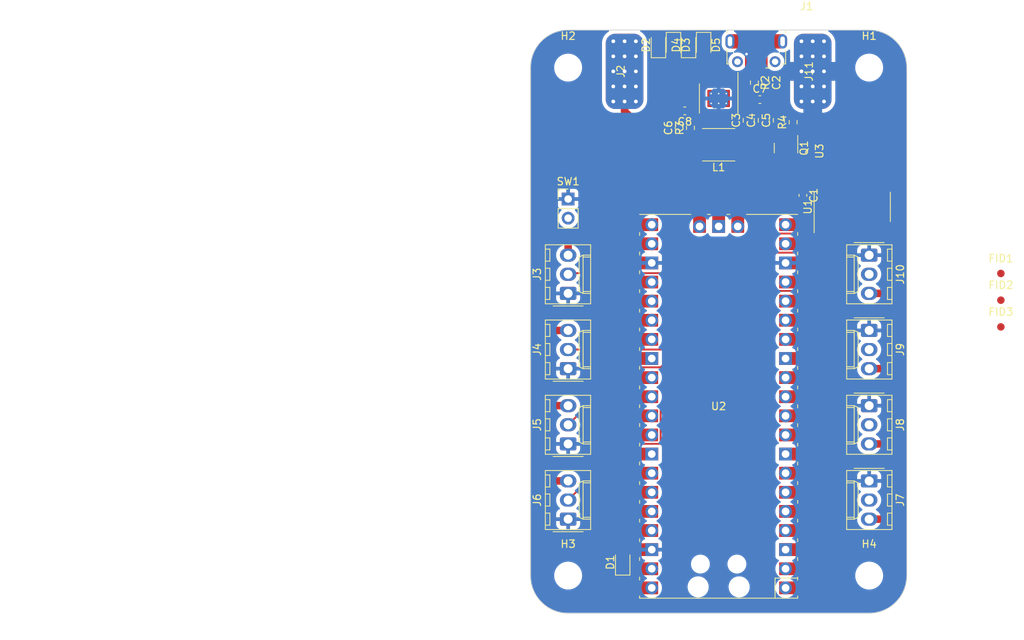
<source format=kicad_pcb>
(kicad_pcb (version 20221018) (generator pcbnew)
  (layers (0 "F.Cu" signal) (31 "B.Cu" signal) (34 "B.Paste" user) (35 "F.Paste" user) (36 "B.SilkS" user "B.Silkscreen") (37 "F.SilkS" user "F.Silkscreen") (38 "B.Mask" user) (39 "F.Mask" user) (44 "Edge.Cuts" user))
  (net 0 "")
  (net 1 "+5V")
  (net 2 "GND")
  (net 3 "Net-(J1-VBUS)")
  (net 4 "Net-(Q1-S)")
  (net 5 "Net-(J2-Pin_1)")
  (net 6 "Net-(C7-Pad1)")
  (net 7 "Net-(C8-Pad1)")
  (net 8 "Net-(D1-K)")
  (net 9 "Net-(D2-K)")
  (net 10 "Net-(D2-A)")
  (net 11 "Net-(D4-K)")
  (net 16 "Net-(J3-Pin_2)")
  (net 17 "Net-(J4-Pin_2)")
  (net 18 "Net-(J5-Pin_2)")
  (net 19 "Net-(J6-Pin_2)")
  (net 20 "Net-(J7-Pin_2)")
  (net 21 "Net-(J8-Pin_2)")
  (net 22 "Net-(J9-Pin_2)")
  (net 23 "Net-(J10-Pin_2)")
  (net 24 "Net-(U3-SW)")
  (net 25 "Net-(Q1-G)")
  (net 27 "/CLOCK")
  (net 28 "/LATCH")
  (net 29 "/DATA")
  (footprint "LED_SMD:LED_0805_2012Metric" (layer "F.Cu") (at 102 62 90)
    (fp_text reference "D2" (at 0 -1.65 90) (layer "F.SilkS"))
    (fp_text value "100%")
    (pad "1" smd roundrect (at -0.9375 0 90) (size 0.975 1.4) (layers "F.Cu" "F.Paste" "F.Mask") (net 9 "Net-(D2-K)"))
    (pad "2" smd roundrect (at 0.9375 0 90) (size 0.975 1.4) (layers "F.Cu" "F.Paste" "F.Mask") (net 10 "Net-(D2-A)"))
  )
  (footprint "LED_SMD:LED_0805_2012Metric" (layer "F.Cu") (at 106 62 90)
    (fp_text reference "D4" (at 0 -1.65 90) (layer "F.SilkS"))
    (fp_text value "50%")
    (pad "1" smd roundrect (at -0.9375 0 90) (size 0.975 1.4) (layers "F.Cu" "F.Paste" "F.Mask") (net 11 "Net-(D4-K)"))
    (pad "2" smd roundrect (at 0.9375 0 90) (size 0.975 1.4) (layers "F.Cu" "F.Paste" "F.Mask") (net 10 "Net-(D2-A)"))
  )
  (footprint "Capacitor_SMD:C_0603_1608Metric" (layer "F.Cu") (at 116.25 67 -90)
    (fp_text reference "C2" (at 0 -1.43 90) (layer "F.SilkS"))
    (fp_text value "10u")
    (pad "1" smd roundrect (at -0.775 0 270) (size 0.9 0.95) (layers "F.Cu" "F.Paste" "F.Mask") (net 3 "Net-(J1-VBUS)"))
    (pad "2" smd roundrect (at 0.775 0 270) (size 0.9 0.95) (layers "F.Cu" "F.Paste" "F.Mask") (net 2 "GND"))
  )
  (footprint "Connector_Molex:Molex_KK-254_AE-6410-03A_1x03_P2.54mm_Vertical" (layer "F.Cu") (at 90 95 90)
    (fp_text reference "J3" (at 2.54 -4.12 90) (layer "F.SilkS"))
    (fp_text value "1")
    (pad "1" thru_hole roundrect (at 0 0 90) (size 1.74 2.19) (drill 1.19) (layers "*.Cu" "*.Mask") (roundrect_rratio 0.143678) (net 2 "GND"))
    (pad "2" thru_hole oval (at 2.54 0 90) (size 1.74 2.19) (drill 1.19) (layers "*.Cu" "*.Mask") (net 16 "Net-(J3-Pin_2)"))
    (pad "3" thru_hole oval (at 5.08 0 90) (size 1.74 2.19) (drill 1.19) (layers "*.Cu" "*.Mask") (net 1 "+5V"))
  )
  (footprint "Resistor_SMD:R_0603_1608Metric" (layer "F.Cu") (at 114.75 67 -90)
    (fp_text reference "R2" (at 0 -1.43 90) (layer "F.SilkS"))
    (fp_text value "2r")
    (pad "1" smd roundrect (at -0.825 0 270) (size 0.8 0.95) (layers "F.Cu" "F.Paste" "F.Mask") (net 3 "Net-(J1-VBUS)"))
    (pad "2" smd roundrect (at 0.825 0 270) (size 0.8 0.95) (layers "F.Cu" "F.Paste" "F.Mask") (net 6 "Net-(C7-Pad1)"))
  )
  (footprint "Connector_Molex:Molex_KK-254_AE-6410-03A_1x03_P2.54mm_Vertical" (layer "F.Cu") (at 90 105 90)
    (fp_text reference "J4" (at 2.54 -4.12 90) (layer "F.SilkS"))
    (fp_text value "2")
    (pad "1" thru_hole roundrect (at 0 0 90) (size 1.74 2.19) (drill 1.19) (layers "*.Cu" "*.Mask") (roundrect_rratio 0.143678) (net 2 "GND"))
    (pad "2" thru_hole oval (at 2.54 0 90) (size 1.74 2.19) (drill 1.19) (layers "*.Cu" "*.Mask") (net 17 "Net-(J4-Pin_2)"))
    (pad "3" thru_hole oval (at 5.08 0 90) (size 1.74 2.19) (drill 1.19) (layers "*.Cu" "*.Mask") (net 1 "+5V"))
  )
  (footprint "Diode_SMD:D_0805_2012Metric" (layer "F.Cu") (at 97.25 130.75 90)
    (fp_text reference "D1" (at 0 -1.65 90) (layer "F.SilkS"))
    (fp_text value "D_Small")
    (pad "1" smd roundrect (at -0.9375 0 90) (size 0.975 1.4) (layers "F.Cu" "F.Paste" "F.Mask") (net 8 "Net-(D1-K)"))
    (pad "2" smd roundrect (at 0.9375 0 90) (size 0.975 1.4) (layers "F.Cu" "F.Paste" "F.Mask") (net 1 "+5V"))
  )
  (footprint "Connector_Molex:Molex_KK-254_AE-6410-03A_1x03_P2.54mm_Vertical" (layer "F.Cu") (at 130 99.92 -90)
    (fp_text reference "J9" (at 2.54 -4.12 90) (layer "F.SilkS"))
    (fp_text value "7")
    (pad "1" thru_hole roundrect (at 0 0 270) (size 1.74 2.19) (drill 1.19) (layers "*.Cu" "*.Mask") (roundrect_rratio 0.143678) (net 2 "GND"))
    (pad "2" thru_hole oval (at 2.54 0 270) (size 1.74 2.19) (drill 1.19) (layers "*.Cu" "*.Mask") (net 22 "Net-(J9-Pin_2)"))
    (pad "3" thru_hole oval (at 5.08 0 270) (size 1.74 2.19) (drill 1.19) (layers "*.Cu" "*.Mask") (net 1 "+5V"))
  )
  (footprint "Capacitor_SMD:C_0805_2012Metric" (layer "F.Cu") (at 116 72 90)
    (fp_text reference "C4" (at 0 -1.68 90) (layer "F.SilkS"))
    (fp_text value "22u")
    (pad "1" smd roundrect (at -0.95 0 90) (size 1 1.45) (layers "F.Cu" "F.Paste" "F.Mask") (net 4 "Net-(Q1-S)"))
    (pad "2" smd roundrect (at 0.95 0 90) (size 1 1.45) (layers "F.Cu" "F.Paste" "F.Mask") (net 2 "GND"))
  )
  (footprint "Resistor_SMD:R_0603_1608Metric" (layer "F.Cu") (at 106.25 73 90)
    (fp_text reference "R3" (at 0 -1.43 90) (layer "F.SilkS"))
    (fp_text value "2r")
    (pad "1" smd roundrect (at -0.825 0 90) (size 0.8 0.95) (layers "F.Cu" "F.Paste" "F.Mask") (net 5 "Net-(J2-Pin_1)"))
    (pad "2" smd roundrect (at 0.825 0 90) (size 0.8 0.95) (layers "F.Cu" "F.Paste" "F.Mask") (net 7 "Net-(C8-Pad1)"))
  )
  (footprint "Connector_Molex:Molex_KK-254_AE-6410-03A_1x03_P2.54mm_Vertical" (layer "F.Cu") (at 90 115 90)
    (fp_text reference "J5" (at 2.54 -4.12 90) (layer "F.SilkS"))
    (fp_text value "3")
    (pad "1" thru_hole roundrect (at 0 0 90) (size 1.74 2.19) (drill 1.19) (layers "*.Cu" "*.Mask") (roundrect_rratio 0.143678) (net 2 "GND"))
    (pad "2" thru_hole oval (at 2.54 0 90) (size 1.74 2.19) (drill 1.19) (layers "*.Cu" "*.Mask") (net 18 "Net-(J5-Pin_2)"))
    (pad "3" thru_hole oval (at 5.08 0 90) (size 1.74 2.19) (drill 1.19) (layers "*.Cu" "*.Mask") (net 1 "+5V"))
  )
  (footprint "Capacitor_SMD:C_0603_1608Metric" (layer "F.Cu") (at 115.475 69.25)
    (fp_text reference "C7" (at 0 -1.43) (layer "F.SilkS"))
    (fp_text value "10u")
    (pad "1" smd roundrect (at -0.775 0) (size 0.9 0.95) (layers "F.Cu" "F.Paste" "F.Mask") (net 6 "Net-(C7-Pad1)"))
    (pad "2" smd roundrect (at 0.775 0) (size 0.9 0.95) (layers "F.Cu" "F.Paste" "F.Mask") (net 2 "GND"))
  )
  (footprint "Inductor_SMD:L_Coilcraft_XxL4040" (layer "F.Cu") (at 110 75.25 180)
    (fp_text reference "L1" (at 0 -3) (layer "F.SilkS"))
    (fp_text value "1u")
    (pad "1" smd rect (at -1.185 0 180) (size 0.98 3.4) (layers "F.Cu" "F.Paste" "F.Mask") (net 24 "Net-(U3-SW)"))
    (pad "2" smd rect (at 1.185 0 180) (size 0.98 3.4) (layers "F.Cu" "F.Paste" "F.Mask") (net 5 "Net-(J2-Pin_1)"))
  )
  (footprint "LED_SMD:LED_0805_2012Metric" (layer "F.Cu") (at 104 62 -90)
    (fp_text reference "D3" (at 0 -1.65 90) (layer "F.SilkS"))
    (fp_text value "75%")
    (pad "1" smd roundrect (at -0.9375 0 270) (size 0.975 1.4) (layers "F.Cu" "F.Paste" "F.Mask") (net 10 "Net-(D2-A)"))
    (pad "2" smd roundrect (at 0.9375 0 270) (size 0.975 1.4) (layers "F.Cu" "F.Paste" "F.Mask") (net 9 "Net-(D2-K)"))
  )
  (footprint "MountingHole:MountingHole_3.2mm_M3" (layer "F.Cu") (at 130 132.5)
    (fp_text reference "H4" (at 0 -4.2) (layer "F.SilkS"))
    (fp_text value "MountingHole")
    (pad "" np_thru_hole circle (at 0 0) (size 3.2 3.2) (drill 3.2) (layers "*.Cu" "*.Mask"))
  )
  (footprint "Connector_Molex:Molex_KK-254_AE-6410-03A_1x03_P2.54mm_Vertical" (layer "F.Cu") (at 130 109.92 -90)
    (fp_text reference "J8" (at 2.54 -4.12 90) (layer "F.SilkS"))
    (fp_text value "6")
    (pad "1" thru_hole roundrect (at 0 0 270) (size 1.74 2.19) (drill 1.19) (layers "*.Cu" "*.Mask") (roundrect_rratio 0.143678) (net 2 "GND"))
    (pad "2" thru_hole oval (at 2.54 0 270) (size 1.74 2.19) (drill 1.19) (layers "*.Cu" "*.Mask") (net 21 "Net-(J8-Pin_2)"))
    (pad "3" thru_hole oval (at 5.08 0 270) (size 1.74 2.19) (drill 1.19) (layers "*.Cu" "*.Mask") (net 1 "+5V"))
  )
  (footprint "Fiducial:Fiducial_1mm_Mask2mm" (layer "F.Cu") (at 147.5 99.4525)
    (fp_text reference "FID3" (at 0 -2) (layer "F.SilkS"))
    (fp_text value "Fiducial")
    (pad "" smd circle (at 0 0) (size 1 1) (layers "F.Cu" "F.Mask") (clearance 0.5))
  )
  (footprint "Connector_Molex:Molex_KK-254_AE-6410-03A_1x03_P2.54mm_Vertical" (layer "F.Cu") (at 130 119.92 -90)
    (fp_text reference "J7" (at 2.54 -4.12 90) (layer "F.SilkS"))
    (fp_text value "5")
    (pad "1" thru_hole roundrect (at 0 0 270) (size 1.74 2.19) (drill 1.19) (layers "*.Cu" "*.Mask") (roundrect_rratio 0.143678) (net 2 "GND"))
    (pad "2" thru_hole oval (at 2.54 0 270) (size 1.74 2.19) (drill 1.19) (layers "*.Cu" "*.Mask") (net 20 "Net-(J7-Pin_2)"))
    (pad "3" thru_hole oval (at 5.08 0 270) (size 1.74 2.19) (drill 1.19) (layers "*.Cu" "*.Mask") (net 1 "+5V"))
  )
  (footprint "Connector_USB:USB_Micro-B_Molex-105017-0001" (layer "F.Cu") (at 115 62.75 180)
    (fp_text reference "J1" (at -6.7 5.8875) (layer "F.SilkS"))
    (fp_text value "USB_B_Micro")
    (pad "1" smd rect (at -1.3 -1.4625 180) (size 0.4 1.35) (layers "F.Cu" "F.Paste" "F.Mask") (net 3 "Net-(J1-VBUS)"))
    (pad "2" smd rect (at -0.65 -1.4625 180) (size 0.4 1.35) (layers "F.Cu" "F.Paste" "F.Mask"))
    (pad "3" smd rect (at 0 -1.4625 180) (size 0.4 1.35) (layers "F.Cu" "F.Paste" "F.Mask"))
    (pad "4" smd rect (at 0.65 -1.4625 180) (size 0.4 1.35) (layers "F.Cu" "F.Paste" "F.Mask"))
    (pad "5" smd rect (at 1.3 -1.4625 180) (size 0.4 1.35) (layers "F.Cu" "F.Paste" "F.Mask") (net 2 "GND"))
    (pad "6" thru_hole oval (at -3.5 1.2375) (size 1.2 1.9) (drill oval 0.6 1.3) (layers "*.Cu" "*.Mask"))
    (pad "6" smd rect (at -2.9 1.2375 180) (size 1.2 1.9) (layers "F.Cu" "F.Mask"))
    (pad "6" thru_hole circle (at -2.5 -1.4625 180) (size 1.45 1.45) (drill 0.85) (layers "*.Cu" "*.Mask"))
    (pad "6" smd rect (at -1 1.2375 180) (size 1.5 1.9) (layers "F.Cu" "F.Paste" "F.Mask"))
    (pad "6" smd rect (at 1 1.2375 180) (size 1.5 1.9) (layers "F.Cu" "F.Paste" "F.Mask"))
    (pad "6" thru_hole circle (at 2.5 -1.4625 180) (size 1.45 1.45) (drill 0.85) (layers "*.Cu" "*.Mask"))
    (pad "6" smd rect (at 2.9 1.2375 180) (size 1.2 1.9) (layers "F.Cu" "F.Mask"))
    (pad "6" thru_hole oval (at 3.5 1.2375 180) (size 1.2 1.9) (drill oval 0.6 1.3) (layers "*.Cu" "*.Mask"))
  )
  (footprint "Package_TO_SOT_SMD:SOT-23" (layer "F.Cu") (at 118.95 75.6875 -90)
    (fp_text reference "Q1" (at 0 -2.4 90) (layer "F.SilkS"))
    (fp_text value "Q_PMOS_GDS")
    (pad "1" smd roundrect (at -0.9375 -0.95 270) (size 1.475 0.6) (layers "F.Cu" "F.Paste" "F.Mask") (net 25 "Net-(Q1-G)"))
    (pad "2" smd roundrect (at -0.9375 0.95 270) (size 1.475 0.6) (layers "F.Cu" "F.Paste" "F.Mask") (net 4 "Net-(Q1-S)"))
    (pad "3" smd roundrect (at 0.9375 0 270) (size 1.475 0.6) (layers "F.Cu" "F.Paste" "F.Mask") (net 1 "+5V"))
  )
  (footprint "Package_SO:SOIC-16_3.9x9.9mm_P1.27mm" (layer "F.Cu") (at 127.75 83.5 90)
    (fp_text reference "U1" (at 0 -5.9 90) (layer "F.SilkS"))
    (fp_text value "74HC595")
    (pad "1" smd roundrect (at -2.475 -4.445 90) (size 1.95 0.6) (layers "F.Cu" "F.Paste" "F.Mask") (net 17 "Net-(J4-Pin_2)"))
    (pad "2" smd roundrect (at -2.475 -3.175 90) (size 1.95 0.6) (layers "F.Cu" "F.Paste" "F.Mask") (net 18 "Net-(J5-Pin_2)"))
    (pad "3" smd roundrect (at -2.475 -1.905 90) (size 1.95 0.6) (layers "F.Cu" "F.Paste" "F.Mask") (net 19 "Net-(J6-Pin_2)"))
    (pad "4" smd roundrect (at -2.475 -0.635 90) (size 1.95 0.6) (layers "F.Cu" "F.Paste" "F.Mask") (net 20 "Net-(J7-Pin_2)"))
    (pad "5" smd roundrect (at -2.475 0.635 90) (size 1.95 0.6) (layers "F.Cu" "F.Paste" "F.Mask") (net 21 "Net-(J8-Pin_2)"))
    (pad "6" smd roundrect (at -2.475 1.905 90) (size 1.95 0.6) (layers "F.Cu" "F.Paste" "F.Mask") (net 22 "Net-(J9-Pin_2)"))
    (pad "7" smd roundrect (at -2.475 3.175 90) (size 1.95 0.6) (layers "F.Cu" "F.Paste" "F.Mask") (net 23 "Net-(J10-Pin_2)"))
    (pad "8" smd roundrect (at -2.475 4.445 90) (size 1.95 0.6) (layers "F.Cu" "F.Paste" "F.Mask") (net 2 "GND"))
    (pad "9" smd roundrect (at 2.475 4.445 90) (size 1.95 0.6) (layers "F.Cu" "F.Paste" "F.Mask"))
    (pad "10" smd roundrect (at 2.475 3.175 90) (size 1.95 0.6) (layers "F.Cu" "F.Paste" "F.Mask") (net 1 "+5V"))
    (pad "11" smd roundrect (at 2.475 1.905 90) (size 1.95 0.6) (layers "F.Cu" "F.Paste" "F.Mask") (net 27 "/CLOCK"))
    (pad "12" smd roundrect (at 2.475 0.635 90) (size 1.95 0.6) (layers "F.Cu" "F.Paste" "F.Mask") (net 28 "/LATCH"))
    (pad "13" smd roundrect (at 2.475 -0.635 90) (size 1.95 0.6) (layers "F.Cu" "F.Paste" "F.Mask") (net 2 "GND"))
    (pad "14" smd roundrect (at 2.475 -1.905 90) (size 1.95 0.6) (layers "F.Cu" "F.Paste" "F.Mask") (net 29 "/DATA"))
    (pad "15" smd roundrect (at 2.475 -3.175 90) (size 1.95 0.6) (layers "F.Cu" "F.Paste" "F.Mask") (net 16 "Net-(J3-Pin_2)"))
    (pad "16" smd roundrect (at 2.475 -4.445 90) (size 1.95 0.6) (layers "F.Cu" "F.Paste" "F.Mask") (net 1 "+5V"))
  )
  (footprint "Connector_PinHeader_2.54mm:PinHeader_1x02_P2.54mm_Vertical" (layer "F.Cu") (at 90 82.46)
    (fp_text reference "SW1" (at 0 -2.33) (layer "F.SilkS"))
    (fp_text value "SW_SPST")
    (pad "1" thru_hole rect (at 0 0) (size 1.7 1.7) (drill 1) (layers "*.Cu" "*.Mask") (net 2 "GND"))
    (pad "2" thru_hole oval (at 0 2.54) (size 1.7 1.7) (drill 1) (layers "*.Cu" "*.Mask") (net 25 "Net-(Q1-G)"))
  )
  (footprint "Connector_Molex:Molex_KK-254_AE-6410-03A_1x03_P2.54mm_Vertical" (layer "F.Cu") (at 90 125 90)
    (fp_text reference "J6" (at 2.54 -4.12 90) (layer "F.SilkS"))
    (fp_text value "4")
    (pad "1" thru_hole roundrect (at 0 0 90) (size 1.74 2.19) (drill 1.19) (layers "*.Cu" "*.Mask") (roundrect_rratio 0.143678) (net 2 "GND"))
    (pad "2" thru_hole oval (at 2.54 0 90) (size 1.74 2.19) (drill 1.19) (layers "*.Cu" "*.Mask") (net 19 "Net-(J6-Pin_2)"))
    (pad "3" thru_hole oval (at 5.08 0 90) (size 1.74 2.19) (drill 1.19) (layers "*.Cu" "*.Mask") (net 1 "+5V"))
  )
  (footprint "Capacitor_SMD:C_0603_1608Metric" (layer "F.Cu") (at 105.5 70.75 180)
    (fp_text reference "C8" (at 0 -1.43) (layer "F.SilkS"))
    (fp_text value "10u")
    (pad "1" smd roundrect (at -0.775 0 180) (size 0.9 0.95) (layers "F.Cu" "F.Paste" "F.Mask") (net 7 "Net-(C8-Pad1)"))
    (pad "2" smd roundrect (at 0.775 0 180) (size 0.9 0.95) (layers "F.Cu" "F.Paste" "F.Mask") (net 2 "GND"))
  )
  (footprint "Capacitor_SMD:C_0805_2012Metric" (layer "F.Cu") (at 114 72 90)
    (fp_text reference "C3" (at 0 -1.68 90) (layer "F.SilkS"))
    (fp_text value "22u")
    (pad "1" smd roundrect (at -0.95 0 90) (size 1 1.45) (layers "F.Cu" "F.Paste" "F.Mask") (net 4 "Net-(Q1-S)"))
    (pad "2" smd roundrect (at 0.95 0 90) (size 1 1.45) (layers "F.Cu" "F.Paste" "F.Mask") (net 2 "GND"))
  )
  (footprint "MountingHole:MountingHole_3.2mm_M3" (layer "F.Cu") (at 90 65)
    (fp_text reference "H2" (at 0 -4.2) (layer "F.SilkS"))
    (fp_text value "MountingHole")
    (pad "" np_thru_hole circle (at 0 0) (size 3.2 3.2) (drill 3.2) (layers "*.Cu" "*.Mask"))
  )
  (footprint "Capacitor_SMD:C_0603_1608Metric" (layer "F.Cu") (at 104.75 73 90)
    (fp_text reference "C6" (at 0 -1.43 90) (layer "F.SilkS"))
    (fp_text value "10u")
    (pad "1" smd roundrect (at -0.775 0 90) (size 0.9 0.95) (layers "F.Cu" "F.Paste" "F.Mask") (net 5 "Net-(J2-Pin_1)"))
    (pad "2" smd roundrect (at 0.775 0 90) (size 0.9 0.95) (layers "F.Cu" "F.Paste" "F.Mask") (net 2 "GND"))
  )
  (footprint "Capacitor_SMD:C_0805_2012Metric" (layer "F.Cu") (at 118 72 90)
    (fp_text reference "C5" (at 0 -1.68 90) (layer "F.SilkS"))
    (fp_text value "22u")
    (pad "1" smd roundrect (at -0.95 0 90) (size 1 1.45) (layers "F.Cu" "F.Paste" "F.Mask") (net 4 "Net-(Q1-S)"))
    (pad "2" smd roundrect (at 0.95 0 90) (size 1 1.45) (layers "F.Cu" "F.Paste" "F.Mask") (net 2 "GND"))
  )
  (footprint "Resistor_SMD:R_0603_1608Metric" (layer "F.Cu") (at 119.9 72.25 90)
    (fp_text reference "R4" (at 0 -1.43 90) (layer "F.SilkS"))
    (fp_text value "100k")
    (pad "1" smd roundrect (at -0.825 0 90) (size 0.8 0.95) (layers "F.Cu" "F.Paste" "F.Mask") (net 25 "Net-(Q1-G)"))
    (pad "2" smd roundrect (at 0.825 0 90) (size 0.8 0.95) (layers "F.Cu" "F.Paste" "F.Mask") (net 4 "Net-(Q1-S)"))
  )
  (footprint "Connector_Molex:Molex_KK-254_AE-6410-03A_1x03_P2.54mm_Vertical" (layer "F.Cu") (at 130 89.92 -90)
    (fp_text reference "J10" (at 2.54 -4.12 90) (layer "F.SilkS"))
    (fp_text value "8")
    (pad "1" thru_hole roundrect (at 0 0 270) (size 1.74 2.19) (drill 1.19) (layers "*.Cu" "*.Mask") (roundrect_rratio 0.143678) (net 2 "GND"))
    (pad "2" thru_hole oval (at 2.54 0 270) (size 1.74 2.19) (drill 1.19) (layers "*.Cu" "*.Mask") (net 23 "Net-(J10-Pin_2)"))
    (pad "3" thru_hole oval (at 5.08 0 270) (size 1.74 2.19) (drill 1.19) (layers "*.Cu" "*.Mask") (net 1 "+5V"))
  )
  (footprint "Fiducial:Fiducial_1mm_Mask2mm" (layer "F.Cu") (at 147.5 95.9025)
    (fp_text reference "FID2" (at 0 -2) (layer "F.SilkS"))
    (fp_text value "Fiducial")
    (pad "" smd circle (at 0 0) (size 1 1) (layers "F.Cu" "F.Mask") (clearance 0.5))
  )
  (footprint "RPi_Pico:RPi_Pico_SMD_TH" (layer "F.Cu") (at 110 110 180)
    (fp_text reference "U2" (at 0 0) (layer "F.SilkS"))
    (fp_text value "RPi Pico")
    (pad "" np_thru_hole oval (at -2.725 -24 180) (size 1.8 1.8) (drill 1.8) (layers "*.Cu" "*.Mask"))
    (pad "" np_thru_hole oval (at -2.425 -20.97 180) (size 1.5 1.5) (drill 1.5) (layers "*.Cu" "*.Mask"))
    (pad "" np_thru_hole oval (at 2.425 -20.97 180) (size 1.5 1.5) (drill 1.5) (layers "*.Cu" "*.Mask"))
    (pad "" np_thru_hole oval (at 2.725 -24 180) (size 1.8 1.8) (drill 1.8) (layers "*.Cu" "*.Mask"))
    (pad "1" thru_hole oval (at -8.89 -24.13 180) (size 1.7 1.7) (drill 1.02) (layers "*.Cu" "*.Mask") (net 29 "/DATA"))
    (pad "1" smd rect (at -8.89 -24.13 180) (size 3.5 1.7) (drill (offset -0.9 0)) (layers "F.Cu" "F.Mask") (net 29 "/DATA"))
    (pad "2" thru_hole oval (at -8.89 -21.59 180) (size 1.7 1.7) (drill 1.02) (layers "*.Cu" "*.Mask") (net 27 "/CLOCK"))
    (pad "2" smd rect (at -8.89 -21.59 180) (size 3.5 1.7) (drill (offset -0.9 0)) (layers "F.Cu" "F.Mask") (net 27 "/CLOCK"))
    (pad "3" thru_hole rect (at -8.89 -19.05 180) (size 1.7 1.7) (drill 1.02) (layers "*.Cu" "*.Mask"))
    (pad "3" smd rect (at -8.89 -19.05 180) (size 3.5 1.7) (drill (offset -0.9 0)) (layers "F.Cu" "F.Mask"))
    (pad "4" thru_hole oval (at -8.89 -16.51 180) (size 1.7 1.7) (drill 1.02) (layers "*.Cu" "*.Mask") (net 28 "/LATCH"))
    (pad "4" smd rect (at -8.89 -16.51 180) (size 3.5 1.7) (drill (offset -0.9 0)) (layers "F.Cu" "F.Mask") (net 28 "/LATCH"))
    (pad "5" thru_hole oval (at -8.89 -13.97 180) (size 1.7 1.7) (drill 1.02) (layers "*.Cu" "*.Mask"))
    (pad "5" smd rect (at -8.89 -13.97 180) (size 3.5 1.7) (drill (offset -0.9 0)) (layers "F.Cu" "F.Mask"))
    (pad "6" thru_hole oval (at -8.89 -11.43 180) (size 1.7 1.7) (drill 1.02) (layers "*.Cu" "*.Mask"))
    (pad "6" smd rect (at -8.89 -11.43 180) (size 3.5 1.7) (drill (offset -0.9 0)) (layers "F.Cu" "F.Mask"))
    (pad "7" thru_hole oval (at -8.89 -8.89 180) (size 1.7 1.7) (drill 1.02) (layers "*.Cu" "*.Mask"))
    (pad "7" smd rect (at -8.89 -8.89 180) (size 3.5 1.7) (drill (offset -0.9 0)) (layers "F.Cu" "F.Mask"))
    (pad "8" thru_hole rect (at -8.89 -6.35 180) (size 1.7 1.7) (drill 1.02) (layers "*.Cu" "*.Mask"))
    (pad "8" smd rect (at -8.89 -6.35 180) (size 3.5 1.7) (drill (offset -0.9 0)) (layers "F.Cu" "F.Mask"))
    (pad "9" thru_hole oval (at -8.89 -3.81 180) (size 1.7 1.7) (drill 1.02) (layers "*.Cu" "*.Mask"))
    (pad "9" smd rect (at -8.89 -3.81 180) (size 3.5 1.7) (drill (offset -0.9 0)) (layers "F.Cu" "F.Mask"))
    (pad "10" thru_hole oval (at -8.89 -1.27 180) (size 1.7 1.7) (drill 1.02) (layers "*.Cu" "*.Mask"))
    (pad "10" smd rect (at -8.89 -1.27 180) (size 3.5 1.7) (drill (offset -0.9 0)) (layers "F.Cu" "F.Mask"))
    (pad "11" thru_hole oval (at -8.89 1.27 180) (size 1.7 1.7) (drill 1.02) (layers "*.Cu" "*.Mask"))
    (pad "11" smd rect (at -8.89 1.27 180) (size 3.5 1.7) (drill (offset -0.9 0)) (layers "F.Cu" "F.Mask"))
    (pad "12" thru_hole oval (at -8.89 3.81 180) (size 1.7 1.7) (drill 1.02) (layers "*.Cu" "*.Mask"))
    (pad "12" smd rect (at -8.89 3.81 180) (size 3.5 1.7) (drill (offset -0.9 0)) (layers "F.Cu" "F.Mask"))
    (pad "13" thru_hole rect (at -8.89 6.35 180) (size 1.7 1.7) (drill 1.02) (layers "*.Cu" "*.Mask"))
    (pad "13" smd rect (at -8.89 6.35 180) (size 3.5 1.7) (drill (offset -0.9 0)) (layers "F.Cu" "F.Mask"))
    (pad "14" thru_hole oval (at -8.89 8.89 180) (size 1.7 1.7) (drill 1.02) (layers "*.Cu" "*.Mask"))
    (pad "14" smd rect (at -8.89 8.89 180) (size 3.5 1.7) (drill (offset -0.9 0)) (layers "F.Cu" "F.Mask"))
    (pad "15" thru_hole oval (at -8.89 11.43 180) (size 1.7 1.7) (drill 1.02) (layers "*.Cu" "*.Mask"))
    (pad "15" smd rect (at -8.89 11.43 180) (size 3.5 1.7) (drill (offset -0.9 0)) (layers "F.Cu" "F.Mask"))
    (pad "16" thru_hole oval (at -8.89 13.97 180) (size 1.7 1.7) (drill 1.02) (layers "*.Cu" "*.Mask"))
    (pad "16" smd rect (at -8.89 13.97 180) (size 3.5 1.7) (drill (offset -0.9 0)) (layers "F.Cu" "F.Mask"))
    (pad "17" thru_hole oval (at -8.89 16.51 180) (size 1.7 1.7) (drill 1.02) (layers "*.Cu" "*.Mask"))
    (pad "17" smd rect (at -8.89 16.51 180) (size 3.5 1.7) (drill (offset -0.9 0)) (layers "F.Cu" "F.Mask"))
    (pad "18" thru_hole rect (at -8.89 19.05 180) (size 1.7 1.7) (drill 1.02) (layers "*.Cu" "*.Mask") (net 2 "GND"))
    (pad "18" smd rect (at -8.89 19.05 180) (size 3.5 1.7) (drill (offset -0.9 0)) (layers "F.Cu" "F.Mask") (net 2 "GND"))
    (pad "19" thru_hole oval (at -8.89 21.59 180) (size 1.7 1.7) (drill 1.02) (layers "*.Cu" "*.Mask"))
    (pad "19" smd rect (at -8.89 21.59 180) (size 3.5 1.7) (drill (offset -0.9 0)) (layers "F.Cu" "F.Mask"))
    (pad "20" thru_hole oval (at -8.89 24.13 180) (size 1.7 1.7) (drill 1.02) (layers "*.Cu" "*.Mask"))
    (pad "20" smd rect (at -8.89 24.13 180) (size 3.5 1.7) (drill (offset -0.9 0)) (layers "F.Cu" "F.Mask"))
    (pad "21" thru_hole oval (at 8.89 24.13 180) (size 1.7 1.7) (drill 1.02) (layers "*.Cu" "*.Mask"))
    (pad "21" smd rect (at 8.89 24.13 180) (size 3.5 1.7) (drill (offset 0.9 0)) (layers "F.Cu" "F.Mask"))
    (pad "22" thru_hole oval (at 8.89 21.59 180) (size 1.7 1.7) (drill 1.02) (layers "*.Cu" "*.Mask"))
    (pad "22" smd rect (at 8.89 21.59 180) (size 3.5 1.7) (drill (offset 0.9 0)) (layers "F.Cu" "F.Mask"))
    (pad "23" thru_hole rect (at 8.89 19.05 180) (size 1.7 1.7) (drill 1.02) (layers "*.Cu" "*.Mask") (net 2 "GND"))
    (pad "23" smd rect (at 8.89 19.05 180) (size 3.5 1.7) (drill (offset 0.9 0)) (layers "F.Cu" "F.Mask") (net 2 "GND"))
    (pad "24" thru_hole oval (at 8.89 16.51 180) (size 1.7 1.7) (drill 1.02) (layers "*.Cu" "*.Mask"))
    (pad "24" smd rect (at 8.89 16.51 180) (size 3.5 1.7) (drill (offset 0.9 0)) (layers "F.Cu" "F.Mask"))
    (pad "25" thru_hole oval (at 8.89 13.97 180) (size 1.7 1.7) (drill 1.02) (layers "*.Cu" "*.Mask"))
    (pad "25" smd rect (at 8.89 13.97 180) (size 3.5 1.7) (drill (offset 0.9 0)) (layers "F.Cu" "F.Mask"))
    (pad "26" thru_hole oval (at 8.89 11.43 180) (size 1.7 1.7) (drill 1.02) (layers "*.Cu" "*.Mask"))
    (pad "26" smd rect (at 8.89 11.43 180) (size 3.5 1.7) (drill (offset 0.9 0)) (layers "F.Cu" "F.Mask"))
    (pad "27" thru_hole oval (at 8.89 8.89 180) (size 1.7 1.7) (drill 1.02) (layers "*.Cu" "*.Mask"))
    (pad "27" smd rect (at 8.89 8.89 180) (size 3.5 1.7) (drill (offset 0.9 0)) (layers "F.Cu" "F.Mask"))
    (pad "28" thru_hole rect (at 8.89 6.35 180) (size 1.7 1.7) (drill 1.02) (layers "*.Cu" "*.Mask"))
    (pad "28" smd rect (at 8.89 6.35 180) (size 3.5 1.7) (drill (offset 0.9 0)) (layers "F.Cu" "F.Mask"))
    (pad "29" thru_hole oval (at 8.89 3.81 180) (size 1.7 1.7) (drill 1.02) (layers "*.Cu" "*.Mask"))
    (pad "29" smd rect (at 8.89 3.81 180) (size 3.5 1.7) (drill (offset 0.9 0)) (layers "F.Cu" "F.Mask"))
    (pad "30" thru_hole oval (at 8.89 1.27 180) (size 1.7 1.7) (drill 1.02) (layers "*.Cu" "*.Mask"))
    (pad "30" smd rect (at 8.89 1.27 180) (size 3.5 1.7) (drill (offset 0.9 0)) (layers "F.Cu" "F.Mask"))
    (pad "31" thru_hole oval (at 8.89 -1.27 180) (size 1.7 1.7) (drill 1.02) (layers "*.Cu" "*.Mask"))
    (pad "31" smd rect (at 8.89 -1.27 180) (size 3.5 1.7) (drill (offset 0.9 0)) (layers "F.Cu" "F.Mask"))
    (pad "32" thru_hole oval (at 8.89 -3.81 180) (size 1.7 1.7) (drill 1.02) (layers "*.Cu" "*.Mask"))
    (pad "32" smd rect (at 8.89 -3.81 180) (size 3.5 1.7) (drill (offset 0.9 0)) (layers "F.Cu" "F.Mask"))
    (pad "33" thru_hole rect (at 8.89 -6.35 180) (size 1.7 1.7) (drill 1.02) (layers "*.Cu" "*.Mask"))
    (pad "33" smd rect (at 8.89 -6.35 180) (size 3.5 1.7) (drill (offset 0.9 0)) (layers "F.Cu" "F.Mask"))
    (pad "34" thru_hole oval (at 8.89 -8.89 180) (size 1.7 1.7) (drill 1.02) (layers "*.Cu" "*.Mask"))
    (pad "34" smd rect (at 8.89 -8.89 180) (size 3.5 1.7) (drill (offset 0.9 0)) (layers "F.Cu" "F.Mask"))
    (pad "35" thru_hole oval (at 8.89 -11.43 180) (size 1.7 1.7) (drill 1.02) (layers "*.Cu" "*.Mask"))
    (pad "35" smd rect (at 8.89 -11.43 180) (size 3.5 1.7) (drill (offset 0.9 0)) (layers "F.Cu" "F.Mask"))
    (pad "36" thru_hole oval (at 8.89 -13.97 180) (size 1.7 1.7) (drill 1.02) (layers "*.Cu" "*.Mask"))
    (pad "36" smd rect (at 8.89 -13.97 180) (size 3.5 1.7) (drill (offset 0.9 0)) (layers "F.Cu" "F.Mask"))
    (pad "37" thru_hole oval (at 8.89 -16.51 180) (size 1.7 1.7) (drill 1.02) (layers "*.Cu" "*.Mask"))
    (pad "37" smd rect (at 8.89 -16.51 180) (size 3.5 1.7) (drill (offset 0.9 0)) (layers "F.Cu" "F.Mask"))
    (pad "38" thru_hole rect (at 8.89 -19.05 180) (size 1.7 1.7) (drill 1.02) (layers "*.Cu" "*.Mask") (net 2 "GND"))
    (pad "38" smd rect (at 8.89 -19.05 180) (size 3.5 1.7) (drill (offset 0.9 0)) (layers "F.Cu" "F.Mask") (net 2 "GND"))
    (pad "39" thru_hole oval (at 8.89 -21.59 180) (size 1.7 1.7) (drill 1.02) (layers "*.Cu" "*.Mask") (net 8 "Net-(D1-K)"))
    (pad "39" smd rect (at 8.89 -21.59 180) (size 3.5 1.7) (drill (offset 0.9 0)) (layers "F.Cu" "F.Mask") (net 8 "Net-(D1-K)"))
    (pad "40" thru_hole oval (at 8.89 -24.13 180) (size 1.7 1.7) (drill 1.02) (layers "*.Cu" "*.Mask"))
    (pad "40" smd rect (at 8.89 -24.13 180) (size 3.5 1.7) (drill (offset 0.9 0)) (layers "F.Cu" "F.Mask"))
    (pad "41" thru_hole oval (at -2.54 23.9 180) (size 1.7 1.7) (drill 1.02) (layers "*.Cu" "*.Mask"))
    (pad "41" smd rect (at -2.54 23.9 270) (size 3.5 1.7) (drill (offset -0.9 0)) (layers "F.Cu" "F.Mask"))
    (pad "42" thru_hole rect (at 0 23.9 180) (size 1.7 1.7) (drill 1.02) (layers "*.Cu" "*.Mask"))
    (pad "42" smd rect (at 0 23.9 270) (size 3.5 1.7) (drill (offset -0.9 0)) (layers "F.Cu" "F.Mask"))
    (pad "43" thru_hole oval (at 2.54 23.9 180) (size 1.7 1.7) (drill 1.02) (layers "*.Cu" "*.Mask"))
    (pad "43" smd rect (at 2.54 23.9 270) (size 3.5 1.7) (drill (offset -0.9 0)) (layers "F.Cu" "F.Mask"))
  )
  (footprint "Fiducial:Fiducial_1mm_Mask2mm" (layer "F.Cu") (at 147.5 92.3525)
    (fp_text reference "FID1" (at 0 -2) (layer "F.SilkS"))
    (fp_text value "Fiducial")
    (pad "" smd circle (at 0 0) (size 1 1) (layers "F.Cu" "F.Mask") (clearance 0.5))
  )
  (footprint "Package_SO:SOIC-8-1EP_3.9x4.9mm_P1.27mm_EP2.29x3mm_ThermalVias" (layer "F.Cu") (at 110 69.1 -90)
    (fp_text reference "U3" (at 7 -13.4 90) (layer "F.SilkS"))
    (fp_text value "IP5306")
    (pad "1" smd roundrect (at -2.475 -1.905 270) (size 1.95 0.6) (layers "F.Cu" "F.Paste" "F.Mask") (net 3 "Net-(J1-VBUS)"))
    (pad "2" smd roundrect (at -2.475 -0.635 270) (size 1.95 0.6) (layers "F.Cu" "F.Paste" "F.Mask") (net 11 "Net-(D4-K)"))
    (pad "3" smd roundrect (at -2.475 0.635 270) (size 1.95 0.6) (layers "F.Cu" "F.Paste" "F.Mask") (net 9 "Net-(D2-K)"))
    (pad "4" smd roundrect (at -2.475 1.905 270) (size 1.95 0.6) (layers "F.Cu" "F.Paste" "F.Mask") (net 10 "Net-(D2-A)"))
    (pad "5" smd roundrect (at 2.475 1.905 270) (size 1.95 0.6) (layers "F.Cu" "F.Paste" "F.Mask"))
    (pad "6" smd roundrect (at 2.475 0.635 270) (size 1.95 0.6) (layers "F.Cu" "F.Paste" "F.Mask") (net 5 "Net-(J2-Pin_1)"))
    (pad "7" smd roundrect (at 2.475 -0.635 270) (size 1.95 0.6) (layers "F.Cu" "F.Paste" "F.Mask") (net 24 "Net-(U3-SW)"))
    (pad "8" smd roundrect (at 2.475 -1.905 270) (size 1.95 0.6) (layers "F.Cu" "F.Paste" "F.Mask") (net 4 "Net-(Q1-S)"))
    (pad "9" thru_hole circle (at -0.65 -1 270) (size 0.5 0.5) (drill 0.2) (layers "*.Cu") (net 2 "GND"))
    (pad "9" thru_hole circle (at -0.65 0 270) (size 0.5 0.5) (drill 0.2) (layers "*.Cu") (net 2 "GND"))
    (pad "9" thru_hole circle (at -0.65 1 270) (size 0.5 0.5) (drill 0.2) (layers "*.Cu") (net 2 "GND"))
    (pad "9" smd rect (at 0 0 270) (size 1.8 2.5) (layers "B.Cu") (net 2 "GND"))
    (pad "9" smd rect (at 0 0 270) (size 2.29 3) (layers "F.Cu" "F.Mask") (net 2 "GND"))
    (pad "9" thru_hole circle (at 0.65 -1 270) (size 0.5 0.5) (drill 0.2) (layers "*.Cu") (net 2 "GND"))
    (pad "9" thru_hole circle (at 0.65 0 270) (size 0.5 0.5) (drill 0.2) (layers "*.Cu") (net 2 "GND"))
    (pad "9" thru_hole circle (at 0.65 1 270) (size 0.5 0.5) (drill 0.2) (layers "*.Cu") (net 2 "GND"))
  )
  (footprint "MountingHole:MountingHole_3.2mm_M3" (layer "F.Cu") (at 130 65)
    (fp_text reference "H1" (at 0 -4.2) (layer "F.SilkS"))
    (fp_text value "MountingHole")
    (pad "" np_thru_hole circle (at 0 0) (size 3.2 3.2) (drill 3.2) (layers "*.Cu" "*.Mask"))
  )
  (footprint "LED_SMD:LED_0805_2012Metric" (layer "F.Cu") (at 108 62 -90)
    (fp_text reference "D5" (at 0 -1.65 90) (layer "F.SilkS"))
    (fp_text value "25%")
    (pad "1" smd roundrect (at -0.9375 0 270) (size 0.975 1.4) (layers "F.Cu" "F.Paste" "F.Mask") (net 10 "Net-(D2-A)"))
    (pad "2" smd roundrect (at 0.9375 0 270) (size 0.975 1.4) (layers "F.Cu" "F.Paste" "F.Mask") (net 11 "Net-(D4-K)"))
  )
  (footprint "porta-jelly:Bonded_Pad" (layer "F.Cu") (at 122.5 65.5 90)
    (fp_text reference "J11" (at 0 -0.5 90 unlocked) (layer "F.SilkS"))
    (fp_text value "BATT-")
    (pad "1" thru_hole circle (at -4 -1.5 90) (size 0.5 0.5) (drill 0.5) (layers "*.Cu") (net 2 "GND"))
    (pad "1" thru_hole circle (at -4 0 90) (size 0.5 0.5) (drill 0.5) (layers "*.Cu") (net 2 "GND"))
    (pad "1" thru_hole circle (at -4 1.5 90) (size 0.5 0.5) (drill 0.5) (layers "*.Cu") (net 2 "GND"))
    (pad "1" thru_hole circle (at -2 -1.5 90) (size 0.5 0.5) (drill 0.5) (layers "*.Cu") (net 2 "GND"))
    (pad "1" thru_hole circle (at -2 0 90) (size 0.5 0.5) (drill 0.5) (layers "*.Cu") (net 2 "GND"))
    (pad "1" thru_hole circle (at -2 1.5 90) (size 0.5 0.5) (drill 0.5) (layers "*.Cu") (net 2 "GND"))
    (pad "1" thru_hole circle (at 0 -1.5 90) (size 0.5 0.5) (drill 0.5) (layers "*.Cu") (net 2 "GND"))
    (pad "1" thru_hole circle (at 0 0 90) (size 0.5 0.5) (drill 0.5) (layers "*.Cu") (net 2 "GND"))
    (pad "1" smd roundrect (at 0 0 90) (size 10 5) (layers "F.Cu" "F.Mask") (net 2 "GND"))
    (pad "1" smd roundrect (at 0 0 90) (size 10 5) (layers "B.Cu" "B.Mask") (net 2 "GND") (thermal_bridge_width 2.5))
    (pad "1" thru_hole circle (at 0 1.5 90) (size 0.5 0.5) (drill 0.5) (layers "*.Cu") (net 2 "GND"))
    (pad "1" thru_hole circle (at 2 -1.5 90) (size 0.5 0.5) (drill 0.5) (layers "*.Cu") (net 2 "GND"))
    (pad "1" thru_hole circle (at 2 0 90) (size 0.5 0.5) (drill 0.5) (layers "*.Cu") (net 2 "GND"))
    (pad "1" thru_hole circle (at 2 1.5 90) (size 0.5 0.5) (drill 0.5) (layers "*.Cu") (net 2 "GND"))
    (pad "1" thru_hole circle (at 4 -1.5 90) (size 0.5 0.5) (drill 0.5) (layers "*.Cu") (net 2 "GND"))
    (pad "1" thru_hole circle (at 4 0 90) (size 0.5 0.5) (drill 0.5) (layers "*.Cu") (net 2 "GND"))
    (pad "1" thru_hole circle (at 4 1.5 90) (size 0.5 0.5) (drill 0.5) (layers "*.Cu") (net 2 "GND"))
  )
  (footprint "porta-jelly:Bonded_Pad" (layer "F.Cu") (at 97.5 65.5 90)
    (fp_text reference "J2" (at 0 -0.5 90 unlocked) (layer "F.SilkS"))
    (fp_text value "BATT+")
    (pad "1" thru_hole circle (at -4 -1.5 90) (size 0.5 0.5) (drill 0.5) (layers "*.Cu") (net 5 "Net-(J2-Pin_1)"))
    (pad "1" thru_hole circle (at -4 0 90) (size 0.5 0.5) (drill 0.5) (layers "*.Cu") (net 5 "Net-(J2-Pin_1)"))
    (pad "1" thru_hole circle (at -4 1.5 90) (size 0.5 0.5) (drill 0.5) (layers "*.Cu") (net 5 "Net-(J2-Pin_1)"))
    (pad "1" thru_hole circle (at -2 -1.5 90) (size 0.5 0.5) (drill 0.5) (layers "*.Cu") (net 5 "Net-(J2-Pin_1)"))
    (pad "1" thru_hole circle (at -2 0 90) (size 0.5 0.5) (drill 0.5) (layers "*.Cu") (net 5 "Net-(J2-Pin_1)"))
    (pad "1" thru_hole circle (at -2 1.5 90) (size 0.5 0.5) (drill 0.5) (layers "*.Cu") (net 5 "Net-(J2-Pin_1)"))
    (pad "1" thru_hole circle (at 0 -1.5 90) (size 0.5 0.5) (drill 0.5) (layers "*.Cu") (net 5 "Net-(J2-Pin_1)"))
    (pad "1" thru_hole circle (at 0 0 90) (size 0.5 0.5) (drill 0.5) (layers "*.Cu") (net 5 "Net-(J2-Pin_1)"))
    (pad "1" smd roundrect (at 0 0 90) (size 10 5) (layers "F.Cu" "F.Mask") (net 5 "Net-(J2-Pin_1)"))
    (pad "1" smd roundrect (at 0 0 90) (size 10 5) (layers "B.Cu" "B.Mask") (net 5 "Net-(J2-Pin_1)"))
    (pad "1" thru_hole circle (at 0 1.5 90) (size 0.5 0.5) (drill 0.5) (layers "*.Cu") (net 5 "Net-(J2-Pin_1)"))
    (pad "1" thru_hole circle (at 2 -1.5 90) (size 0.5 0.5) (drill 0.5) (layers "*.Cu") (net 5 "Net-(J2-Pin_1)"))
    (pad "1" thru_hole circle (at 2 0 90) (size 0.5 0.5) (drill 0.5) (layers "*.Cu") (net 5 "Net-(J2-Pin_1)"))
    (pad "1" thru_hole circle (at 2 1.5 90) (size 0.5 0.5) (drill 0.5) (layers "*.Cu") (net 5 "Net-(J2-Pin_1)"))
    (pad "1" thru_hole circle (at 4 -1.5 90) (size 0.5 0.5) (drill 0.5) (layers "*.Cu") (net 5 "Net-(J2-Pin_1)"))
    (pad "1" thru_hole circle (at 4 0 90) (size 0.5 0.5) (drill 0.5) (layers "*.Cu") (net 5 "Net-(J2-Pin_1)"))
    (pad "1" thru_hole circle (at 4 1.5 90) (size 0.5 0.5) (drill 0.5) (layers "*.Cu") (net 5 "Net-(J2-Pin_1)"))
  )
  (footprint "MountingHole:MountingHole_3.2mm_M3" (layer "F.Cu") (at 90 132.5)
    (fp_text reference "H3" (at 0 -4.2) (layer "F.SilkS"))
    (fp_text value "MountingHole")
    (pad "" np_thru_hole circle (at 0 0) (size 3.2 3.2) (drill 3.2) (layers "*.Cu" "*.Mask"))
  )
  (footprint "Capacitor_SMD:C_0603_1608Metric" (layer "F.Cu") (at 121.195 81.975 -90)
    (fp_text reference "C1" (at 0 -1.43 90) (layer "F.SilkS"))
    (fp_text value "100n")
    (pad "1" smd roundrect (at -0.775 0 270) (size 0.9 0.95) (layers "F.Cu" "F.Paste" "F.Mask") (net 1 "+5V"))
    (pad "2" smd roundrect (at 0.775 0 270) (size 0.9 0.95) (layers "F.Cu" "F.Paste" "F.Mask") (net 2 "GND"))
  )
  (gr_line (start 135 132.5) (end 135 65) (stroke (width 0.1)) (layer "Edge.Cuts"))
  (gr_arc (start 130 60) (mid 133.535534 61.464466) (end 135 65) (stroke (width 0.1)) (layer "Edge.Cuts"))
  (gr_arc (start 90 137.5) (mid 86.464466 136.035534) (end 85 132.5) (stroke (width 0.1)) (layer "Edge.Cuts"))
  (gr_line (start 85 65) (end 85 132.5) (stroke (width 0.1)) (layer "Edge.Cuts"))
  (gr_arc (start 135 132.5) (mid 133.535534 136.035534) (end 130 137.5) (stroke (width 0.1)) (layer "Edge.Cuts"))
  (gr_line (start 130 60) (end 90 60) (stroke (width 0.1)) (layer "Edge.Cuts"))
  (gr_line (start 90 137.5) (end 130 137.5) (stroke (width 0.1)) (layer "Edge.Cuts"))
  (gr_arc (start 85 65) (mid 86.464466 61.464466) (end 90 60) (stroke (width 0.1)) (layer "Edge.Cuts"))
  (segment (start 133.15 78.65) (end 133.7 79.2) (width 1) (layer "F.Cu") (net 1))
  (segment (start 132.8 88.7) (end 132.8 95) (width 1) (layer "F.Cu") (net 1))
  (segment (start 87.1 99.9) (end 87.1 109.9) (width 1) (layer "F.Cu") (net 1))
  (segment (start 90 109.92) (end 87.12 109.92) (width 1) (layer "F.Cu") (net 1))
  (segment (start 87.1 89.2) (end 87.1 99.9) (width 1) (layer "F.Cu") (net 1))
  (segment (start 90 88.1) (end 90.1 88) (width 1) (layer "F.Cu") (net 1))
  (segment (start 132.8 95) (end 132.8 105) (width 1) (layer "F.Cu") (net 1))
  (segment (start 90.1 88) (end 88.3 88) (width 1) (layer "F.Cu") (net 1))
  (segment (start 88.3 88) (end 87.1 89.2) (width 1) (layer "F.Cu") (net 1))
  (segment (start 133.7 87.8) (end 132.8 88.7) (width 1) (layer "F.Cu") (net 1))
  (segment (start 132.8 124.1) (end 131.9 125) (width 1) (layer "F.Cu") (net 1))
  (segment (start 118.95 78.65) (end 115.7 81.9) (width 1) (layer "F.Cu") (net 1))
  (segment (start 130 105) (end 132.8 105) (width 1) (layer "F.Cu") (net 1))
  (segment (start 87.12 109.92) (end 87.1 109.9) (width 1) (layer "F.Cu") (net 1))
  (segment (start 91 88) (end 90.1 88) (width 1) (layer "F.Cu") (net 1))
  (segment (start 87.12 99.92) (end 87.1 99.9) (width 1) (layer "F.Cu") (net 1))
  (segment (start 130 115) (end 132.8 115) (width 1) (layer "F.Cu") (net 1))
  (segment (start 97.1 81.9) (end 91 88) (width 1) (layer "F.Cu") (net 1))
  (segment (start 90 89.92) (end 90 88.1) (width 1) (layer "F.Cu") (net 1))
  (segment (start 118.95 78.65) (end 133.15 78.65) (width 1) (layer "F.Cu") (net 1))
  (segment (start 87.12 119.92) (end 87.1 119.9) (width 1) (layer "F.Cu") (net 1))
  (segment (start 87.1 109.9) (end 87.1 119.9) (width 1) (layer "F.Cu") (net 1))
  (segment (start 94.5375 127.1) (end 97.25 129.8125) (width 1) (layer "F.Cu") (net 1))
  (segment (start 132.8 105) (end 132.8 115) (width 1) (layer "F.Cu") (net 1))
  (segment (start 131.9 125) (end 130 125) (width 1) (layer "F.Cu") (net 1))
  (segment (start 88.1 127.1) (end 94.5375 127.1) (width 1) (layer "F.Cu") (net 1))
  (segment (start 87.1 119.9) (end 87.1 126.1) (width 1) (layer "F.Cu") (net 1))
  (segment (start 133.7 79.2) (end 133.7 87.8) (width 1) (layer "F.Cu") (net 1))
  (segment (start 130 95) (end 132.8 95) (width 1) (layer "F.Cu") (net 1))
  (segment (start 87.1 126.1) (end 88.1 127.1) (width 1) (layer "F.Cu") (net 1))
  (segment (start 90 99.92) (end 87.12 99.92) (width 1) (layer "F.Cu") (net 1))
  (segment (start 90 119.92) (end 87.12 119.92) (width 1) (layer "F.Cu") (net 1))
  (segment (start 132.8 115) (end 132.8 124.1) (width 1) (layer "F.Cu") (net 1))
  (segment (start 115.7 81.9) (end 97.1 81.9) (width 1) (layer "F.Cu") (net 1))
  (segment (start 118.95 76.625) (end 118.95 78.65) (width 1) (layer "F.Cu") (net 1))
  (segment (start 113.7 64.2125) (end 113.7 63.2) (width 0.4) (layer "F.Cu") (net 2))
  (via (at 113.7 63.2) (size 0.6) (drill 0.35) (layers "F.Cu" "B.Cu") (net 2))
  (segment (start 116.3 66.175) (end 116.25 66.225) (width 0.4) (layer "F.Cu") (net 3))
  (segment (start 116.3 64.2125) (end 116.3 66.175) (width 0.4) (layer "F.Cu") (net 3))
  (segment (start 119.9 71.425) (end 119.275 71.425) (width 0.25) (layer "F.Cu") (net 4))
  (segment (start 118.75 72.95) (end 118 72.95) (width 0.25) (layer "F.Cu") (net 4))
  (segment (start 111.905 71.575) (end 111.905 72.505) (width 0.5) (layer "F.Cu") (net 4))
  (segment (start 112.35 72.95) (end 118 72.95) (width 0.5) (layer "F.Cu") (net 4))
  (segment (start 119.1 72.6) (end 118.75 72.95) (width 0.25) (layer "F.Cu") (net 4))
  (segment (start 114 72.95) (end 118 72.95) (width 1) (layer "F.Cu") (net 4))
  (segment (start 119.1 71.6) (end 119.1 72.6) (width 0.25) (layer "F.Cu") (net 4))
  (segment (start 111.905 72.505) (end 112.35 72.95) (width 0.5) (layer "F.Cu") (net 4))
  (segment (start 119.275 71.425) (end 119.1 71.6) (width 0.25) (layer "F.Cu") (net 4))
  (segment (start 118 74.75) (end 118 72.95) (width 1) (layer "F.Cu") (net 4))
  (segment (start 97.5 70.8) (end 97.5 65.5) (width 1) (layer "F.Cu") (net 5))
  (segment (start 106.25 73.825) (end 104.8 73.825) (width 1) (layer "F.Cu") (net 5))
  (segment (start 108.815 75.25) (end 107.675 75.25) (width 1) (layer "F.Cu") (net 5))
  (segment (start 107.675 75.25) (end 106.25 73.825) (width 1) (layer "F.Cu") (net 5))
  (segment (start 104.75 73.775) (end 100.475 73.775) (width 1) (layer "F.Cu") (net 5))
  (segment (start 104.8 73.825) (end 104.75 73.775) (width 1) (layer "F.Cu") (net 5))
  (segment (start 100.475 73.775) (end 97.5 70.8) (width 1) (layer "F.Cu") (net 5))
  (segment (start 114.75 67.825) (end 114.75 69.2) (width 0.5) (layer "F.Cu") (net 6))
  (segment (start 114.75 69.2) (end 114.7 69.25) (width 0.5) (layer "F.Cu") (net 6))
  (segment (start 101.0125 131.6875) (end 101.11 131.59) (width 1) (layer "F.Cu") (net 8))
  (segment (start 97.25 131.6875) (end 101.0125 131.6875) (width 1) (layer "F.Cu") (net 8))
  (segment (start 109.365 64.765) (end 109.365 66.625) (width 0.25) (layer "F.Cu") (net 9))
  (segment (start 104.6 64.2) (end 108.8 64.2) (width 0.25) (layer "F.Cu") (net 9))
  (segment (start 102 62.9375) (end 104 62.9375) (width 0.25) (layer "F.Cu") (net 9))
  (segment (start 108.8 64.2) (end 109.365 64.765) (width 0.25) (layer "F.Cu") (net 9))
  (segment (start 104 62.9375) (end 104 63.6) (width 0.25) (layer "F.Cu") (net 9))
  (segment (start 104 63.6) (end 104.6 64.2) (width 0.25) (layer "F.Cu") (net 9))
  (segment (start 100.8 64) (end 101.5 64.7) (width 0.25) (layer "F.Cu") (net 10))
  (segment (start 107.7 64.7) (end 108.095 65.095) (width 0.25) (layer "F.Cu") (net 10))
  (segment (start 101.5 64.7) (end 107.7 64.7) (width 0.25) (layer "F.Cu") (net 10))
  (segment (start 101.0375 61.0625) (end 100.8 61.3) (width 0.25) (layer "F.Cu") (net 10))
  (segment (start 108.095 65.095) (end 108.095 66.625) (width 0.25) (layer "F.Cu") (net 10))
  (segment (start 102 61.0625) (end 101.0375 61.0625) (width 0.25) (layer "F.Cu") (net 10))
  (segment (start 108 61.0625) (end 102 61.0625) (width 0.25) (layer "F.Cu") (net 10))
  (segment (start 100.8 61.3) (end 100.8 64) (width 0.25) (layer "F.Cu") (net 10))
  (segment (start 108 62.9375) (end 109.4375 62.9375) (width 0.25) (layer "F.Cu") (net 11))
  (segment (start 110.635 64.135) (end 110.635 66.625) (width 0.25) (layer "F.Cu") (net 11))
  (segment (start 106 62.9375) (end 108 62.9375) (width 0.25) (layer "F.Cu") (net 11))
  (segment (start 109.4375 62.9375) (end 110.635 64.135) (width 0.25) (layer "F.Cu") (net 11))
  (segment (start 108.675 92.315) (end 90.145 92.315) (width 0.25) (layer "F.Cu") (net 16))
  (segment (start 117.315 83.675) (end 108.675 92.315) (width 0.25) (layer "F.Cu") (net 16))
  (segment (start 90.145 92.315) (end 90 92.46) (width 0.25) (layer "F.Cu") (net 16))
  (segment (start 124.575 81.025) (end 124.575 83.675) (width 0.25) (layer "F.Cu") (net 16))
  (segment (start 124.575 83.675) (end 117.315 83.675) (width 0.25) (layer "F.Cu") (net 16))
  (segment (start 123.305 85.975) (end 122.235 87.045) (width 0.25) (layer "F.Cu") (net 17))
  (segment (start 122.235 87.045) (end 117.715 87.045) (width 0.25) (layer "F.Cu") (net 17))
  (segment (start 102.3 102.46) (end 90 102.46) (width 0.25) (layer "F.Cu") (net 17))
  (segment (start 117.715 87.045) (end 102.3 102.46) (width 0.25) (layer "F.Cu") (net 17))
  (segment (start 121.865 89.585) (end 117.525 89.585) (width 0.25) (layer "F.Cu") (net 18))
  (segment (start 117.525 89.585) (end 102.285 104.825) (width 0.25) (layer "F.Cu") (net 18))
  (segment (start 97.635 104.825) (end 90 112.46) (width 0.25) (layer "F.Cu") (net 18))
  (segment (start 102.285 104.825) (end 97.635 104.825) (width 0.25) (layer "F.Cu") (net 18))
  (segment (start 124.575 86.875) (end 121.865 89.585) (width 0.25) (layer "F.Cu") (net 18))
  (segment (start 124.575 85.975) (end 124.575 86.875) (width 0.25) (layer "F.Cu") (net 18))
  (segment (start 97.475 114.985) (end 90 122.46) (width 0.25) (layer "F.Cu") (net 19))
  (segment (start 117.795 94.665) (end 102.285 110.175) (width 0.25) (layer "F.Cu") (net 19))
  (segment (start 125.845 90.685) (end 121.865 94.665) (width 0.25) (layer "F.Cu") (net 19))
  (segment (start 125.845 85.975) (end 125.845 90.685) (width 0.25) (layer "F.Cu") (net 19))
  (segment (start 102.285 110.175) (end 102.285 114.985) (width 0.25) (layer "F.Cu") (net 19))
  (segment (start 102.285 114.985) (end 97.475 114.985) (width 0.25) (layer "F.Cu") (net 19))
  (segment (start 121.865 94.665) (end 117.795 94.665) (width 0.25) (layer "F.Cu") (net 19))
  (segment (start 119.9 74.75) (end 119.9 73.075) (width 0.25) (layer "F.Cu") (net 25))
  (zone (net 3) (net_name "Net-(J1-VBUS)") (layer "F.Cu") (priority 1) (connect_pads thru_hole_only (clearance 0.2)) (min_thickness 0.25) (fill yes (thermal_gap 0.5) (thermal_bridge_width 0.5))
    (polygon (pts (xy 116.8 66.7) (xy 116.8 65.7) (xy 114.2 65.7) (xy 112.2 65.6) (xy 111.6 65.6) (xy 111.6 67.6) (xy 112.2 67.6) (xy 114.2 66.6) (xy 115.7 66.7)))
  )
  (zone (net 5) (net_name "Net-(J2-Pin_1)") (layer "F.Cu") (priority 3) (connect_pads thru_hole_only (clearance 0.2)) (min_thickness 0.25) (fill yes (thermal_gap 0.5) (thermal_bridge_width 0.5))
    (polygon (pts (xy 109.7 70.6) (xy 109 70.6) (xy 109 72.6) (xy 108.3 73.5) (xy 108.3 77) (xy 109.4 77) (xy 109.4 73.5) (xy 109.7 72.6)))
  )
  (zone (net 24) (net_name "Net-(U3-SW)") (layer "F.Cu") (priority 2) (connect_pads thru_hole_only (clearance 0.2)) (min_thickness 0.25) (fill yes (thermal_gap 0.5) (thermal_bridge_width 0.5))
    (polygon (pts (xy 110.3 70.6) (xy 111 70.6) (xy 111 72.6) (xy 111.7 73.5) (xy 111.7 77) (xy 110.6 77) (xy 110.6 73.5) (xy 110.3 72.6)))
  )
  (zone (net 2) (net_name "GND") (layer "B.Cu") (connect_pads (clearance 0.5)) (min_thickness 0.25) (fill yes (thermal_gap 0.5) (thermal_bridge_width 0.5))
    (polygon (pts (xy 85 137.5) (xy 85 60) (xy 135 60) (xy 135 137.5)))
  )
)
</source>
